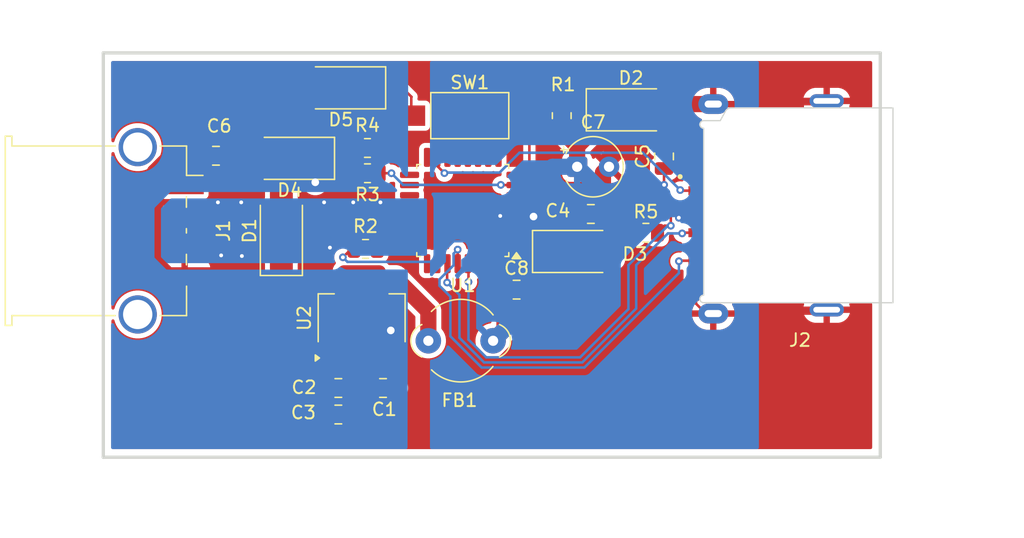
<source format=kicad_pcb>
(kicad_pcb (version 20241229) (generator "pcbnew") (generator_version "9.0")
  (layers (0 "F.Cu" signal) (2 "B.Cu" signal) (13 "F.Paste" user) (15 "B.Paste" user) (5 "F.SilkS" user "F.Silkscreen") (7 "B.SilkS" user "B.Silkscreen") (1 "F.Mask" user) (3 "B.Mask" user) (25 "Edge.Cuts" user))
  (net 0 "")
  (net 1 "/5.5V")
  (net 2 "GND")
  (net 3 "+3.3V")
  (net 4 "Net-(D4-A)")
  (net 7 "/SCK")
  (net 10 "/CS")
  (net 11 "/MISO")
  (net 12 "/MOSI")
  (net 13 "Net-(U1-NRST)")
  (net 14 "Net-(U1-PA0)")
  (net 37 "Net-(U2-VO)")
  (net 38 "Net-(D5-A1)")
  (net 39 "/D+")
  (net 40 "/D-")
  (footprint "Diode_SMD:D_SMA" (layer "F.Cu") (at 54.2036 80.2132 180)
    (property "Reference" "D5" (at 0 -2.5 0) (layer "F.SilkS"))
    (property "Value" "P4SMA6.8CA" (hide yes))
    (fp_line (start -3.51 1.65) (end 2 1.65) (stroke (width 0.12)) (layer "F.SilkS"))
    (fp_line (start -3.51 -1.65) (end 2 -1.65) (stroke (width 0.12)) (layer "F.SilkS"))
    (fp_line (start -3.51 -1.65) (end -3.51 1.65) (stroke (width 0.12)) (layer "F.SilkS"))
    (pad "1" smd roundrect (at -2 0 180) (size 2.5 1.8) (layers "F.Cu" "F.Mask" "F.Paste") (roundrect_rratio 0.1388888889) (net 38 "Net-(D5-A1)"))
    (pad "2" smd roundrect (at 2 0 180) (size 2.5 1.8) (layers "F.Cu" "F.Mask" "F.Paste") (roundrect_rratio 0.1388888889) (net 2 "GND"))
  )
  (footprint "MSD-3-A:CUI_MSD-3-A" (layer "F.Cu") (at 90.26545 89.43865 90)
    (property "Reference" "J2" (at -10.58655 -0.04465 180) (layer "F.SilkS"))
    (property "Value" "MSD_3_A" (hide yes))
    (fp_circle (center 2.25 -9.45) (end 2.25 -9.55) (stroke (width 0.2)) (fill no) (layer "F.SilkS"))
    (fp_poly (pts (xy -7.648 -7.631) (xy -7.65 -7.6) (xy -7.65 7.25) (xy 7.65 7.25) (xy 7.65 -5.457) (xy 7.65 -5.475) (xy 7.649 -5.493) (xy 7.647 -5.51) (xy 7.645 -5.528) (xy 7.642 -5.545) (xy 7.639 -5.563) (xy 7.635 -5.58) (xy 7.63 -5.597) (xy 7.625 -5.614) (xy 7.619 -5.631) (xy 7.612 -5.647) (xy 7.605 -5.664) (xy 7.598 -5.68) (xy 7.59 -5.696) (xy 7.581 -5.711) (xy 7.572 -5.726) (xy 7.562 -5.741) (xy 7.551 -5.755) (xy 7.541 -5.769) (xy 7.529 -5.783) (xy 7.517 -5.796) (xy 7.505 -5.809) (xy 7.492 -5.821) (xy 7.479 -5.833) (xy 7.466 -5.845) (xy 7.452 -5.856) (xy 7.438 -5.866) (xy 7.423 -5.876) (xy 7.408 -5.886) (xy 7.39 -5.896) (xy 6.65 -6.3) (xy 6.65 -7.6) (xy 6.648 -7.631) (xy 6.643 -7.662) (xy 6.635 -7.693) (xy 6.624 -7.722) (xy 6.61 -7.75) (xy 6.593 -7.776) (xy 6.573 -7.801) (xy 6.551 -7.823) (xy 6.526 -7.843) (xy 6.5 -7.86) (xy 6.472 -7.874) (xy 6.443 -7.885) (xy 6.412 -7.893) (xy 6.381 -7.898) (xy 6.35 -7.9) (xy 6.319 -7.898) (xy 6.288 -7.893) (xy 6.257 -7.885) (xy 6.228 -7.874) (xy 6.2 -7.86) (xy 6.174 -7.843) (xy 6.149 -7.823) (xy 6.127 -7.801) (xy 6.107 -7.776) (xy 6.09 -7.75) (xy 6.076 -7.722) (xy 6.065 -7.693) (xy 6.057 -7.662) (xy 6.052 -7.631) (xy 6.05 -7.6) (xy -7.05 -7.6) (xy -7.052 -7.631) (xy -7.057 -7.662) (xy -7.065 -7.693) (xy -7.076 -7.722) (xy -7.09 -7.75) (xy -7.107 -7.776) (xy -7.127 -7.801) (xy -7.149 -7.823) (xy -7.174 -7.843) (xy -7.2 -7.86) (xy -7.228 -7.874) (xy -7.257 -7.885) (xy -7.288 -7.893) (xy -7.319 -7.898) (xy -7.35 -7.9) (xy -7.381 -7.898) (xy -7.412 -7.893) (xy -7.443 -7.885) (xy -7.472 -7.874) (xy -7.5 -7.86) (xy -7.526 -7.843) (xy -7.551 -7.823) (xy -7.573 -7.801) (xy -7.593 -7.776) (xy -7.61 -7.75) (xy -7.624 -7.722) (xy -7.635 -7.693) (xy -7.643 -7.662)) (stroke (width 0.1)) (fill no) (layer "Edge.Cuts"))
    (pad "1" smd rect (at 2.25 -8.2 90) (size 0.7 1.2) (layers "F.Cu" "F.Mask" "F.Paste"))
    (pad "2" smd rect (at 1.15 -8.2 90) (size 0.7 1.2) (layers "F.Cu" "F.Mask" "F.Paste") (net 10 "/CS"))
    (pad "3" smd rect (at 0.05 -8.2 90) (size 0.7 1.2) (layers "F.Cu" "F.Mask" "F.Paste") (net 12 "/MOSI"))
    (pad "4" smd rect (at -1.05 -8.2 90) (size 0.7 1.2) (layers "F.Cu" "F.Mask" "F.Paste") (net 3 "+3.3V"))
    (pad "5" smd rect (at -2.15 -8.2 90) (size 0.7 1.2) (layers "F.Cu" "F.Mask" "F.Paste") (net 7 "/SCK"))
    (pad "6" smd rect (at -3.25 -8.2 90) (size 0.7 1.2) (layers "F.Cu" "F.Mask" "F.Paste") (net 2 "GND"))
    (pad "7" smd rect (at -4.35 -8.2 90) (size 0.7 1.2) (layers "F.Cu" "F.Mask" "F.Paste") (net 11 "/MISO"))
    (pad "8" smd rect (at -5.45 -8.2 90) (size 0.7 1.2) (layers "F.Cu" "F.Mask" "F.Paste"))
    (pad "CD" smd rect (at -6.55 -8.2 90) (size 0.7 1.2) (layers "F.Cu" "F.Mask" "F.Paste") (net 2 "GND"))
    (pad "G1" thru_hole oval (at -8.5 -6.85 180) (size 2.35 1.55) (drill oval 1.35 0.55) (layers "*.Cu" "*.Mask") (net 2 "GND"))
    (pad "G2" thru_hole oval (at 7.95 -6.85 180) (size 2.35 1.55) (drill oval 1.35 0.55) (layers "*.Cu" "*.Mask") (net 2 "GND"))
    (pad "G3" thru_hole oval (at -8.2 2.05 180) (size 2.7 1.05) (drill oval 2.1 0.45) (layers "*.Cu" "*.Mask") (net 2 "GND"))
    (pad "G4" thru_hole oval (at 8.2 2.05 180) (size 2.7 1.05) (drill oval 2.1 0.45) (layers "*.Cu" "*.Mask") (net 2 "GND"))
  )
  (footprint "Diode_SMD:D_SMA" (layer "F.Cu") (at 72.7456 93.0656)
    (property "Reference" "D3" (at 4.5212 0.2032 0) (layer "F.SilkS"))
    (property "Value" "P4SMA6.8CA" (hide yes))
    (fp_line (start -3.51 -1.65) (end -3.51 1.65) (stroke (width 0.12)) (layer "F.SilkS"))
    (fp_line (start -3.51 -1.65) (end 2 -1.65) (stroke (width 0.12)) (layer "F.SilkS"))
    (fp_line (start -3.51 1.65) (end 2 1.65) (stroke (width 0.12)) (layer "F.SilkS"))
    (pad "1" smd roundrect (at -2 0) (size 2.5 1.8) (layers "F.Cu" "F.Mask" "F.Paste") (roundrect_rratio 0.1388888889) (net 3 "+3.3V"))
    (pad "2" smd roundrect (at 2 0) (size 2.5 1.8) (layers "F.Cu" "F.Mask" "F.Paste") (roundrect_rratio 0.1388888889) (net 2 "GND"))
  )
  (footprint "Capacitor_SMD:C_0805_2012Metric" (layer "F.Cu") (at 57.5056 103.7844 180)
    (property "Reference" "C1" (at -0.1016 -1.6764 0) (layer "F.SilkS"))
    (property "Value" "100nF" (hide yes))
    (fp_line (start -0.261252 0.735) (end 0.261252 0.735) (stroke (width 0.12)) (layer "F.SilkS"))
    (fp_line (start -0.261252 -0.735) (end 0.261252 -0.735) (stroke (width 0.12)) (layer "F.SilkS"))
    (pad "1" smd roundrect (at -0.95 0 180) (size 1 1.45) (layers "F.Cu" "F.Mask" "F.Paste") (net 1 "/5.5V"))
    (pad "2" smd roundrect (at 0.95 0 180) (size 1 1.45) (layers "F.Cu" "F.Mask" "F.Paste") (net 2 "GND"))
  )
  (footprint "Capacitor_THT:CP_Radial_Tantal_D4.5mm_P2.50mm" (layer "F.Cu") (at 72.735944 86.4108)
    (property "Reference" "C7" (at 1.25 -3.5 0) (layer "F.SilkS"))
    (property "Value" "1uF" (hide yes))
    (fp_line (start -1.287288 -1.335) (end -0.837288 -1.335) (stroke (width 0.12)) (layer "F.SilkS"))
    (fp_line (start -1.062288 -1.56) (end -1.062288 -1.11) (stroke (width 0.12)) (layer "F.SilkS"))
    (fp_arc (start -0.869741 -1.06) (mid 3.62 0) (end -0.869741 1.06) (stroke (width 0.12)) (layer "F.SilkS"))
    (pad "1" thru_hole roundrect (at 0 0) (size 1.6 1.6) (drill 0.8) (layers "*.Cu" "*.Mask") (roundrect_rratio 0.15625) (net 3 "+3.3V"))
    (pad "2" thru_hole circle (at 2.5 0) (size 1.6 1.6) (drill 0.8) (layers "*.Cu" "*.Mask") (net 2 "GND"))
  )
  (footprint "Resistor_SMD:R_0805_2012Metric" (layer "F.Cu") (at 56.2845 84.9376 180)
    (property "Reference" "R4" (at 0 1.778 0) (layer "F.SilkS"))
    (property "Value" "10k" (hide yes))
    (fp_line (start -0.227064 0.735) (end 0.227064 0.735) (stroke (width 0.12)) (layer "F.SilkS"))
    (fp_line (start -0.227064 -0.735) (end 0.227064 -0.735) (stroke (width 0.12)) (layer "F.SilkS"))
    (pad "1" smd roundrect (at -0.9125 0 180) (size 1.025 1.4) (layers "F.Cu" "F.Mask" "F.Paste") (roundrect_rratio 0.243902) (net 14 "Net-(U1-PA0)"))
    (pad "2" smd roundrect (at 0.9125 0 180) (size 1.025 1.4) (layers "F.Cu" "F.Mask" "F.Paste") (roundrect_rratio 0.243902) (net 2 "GND"))
  )
  (footprint "Capacitor_SMD:C_0805_2012Metric" (layer "F.Cu") (at 54.0004 105.8672 180)
    (property "Reference" "C3" (at 2.7432 0.1524 0) (layer "F.SilkS"))
    (property "Value" "10nF" (hide yes))
    (fp_line (start -0.261252 0.735) (end 0.261252 0.735) (stroke (width 0.12)) (layer "F.SilkS"))
    (fp_line (start -0.261252 -0.735) (end 0.261252 -0.735) (stroke (width 0.12)) (layer "F.SilkS"))
    (pad "1" smd roundrect (at -0.95 0 180) (size 1 1.45) (layers "F.Cu" "F.Mask" "F.Paste") (net 37 "Net-(U2-VO)"))
    (pad "2" smd roundrect (at 0.95 0 180) (size 1 1.45) (layers "F.Cu" "F.Mask" "F.Paste") (net 2 "GND"))
  )
  (footprint "Diode_SMD:D_SMA" (layer "F.Cu") (at 49.53 91.44 90)
    (property "Reference" "D1" (at 0 -2.5 90) (layer "F.SilkS"))
    (property "Value" "P4SMA6.8CA" (hide yes))
    (fp_line (start -3.51 -1.65) (end 2 -1.65) (stroke (width 0.12)) (layer "F.SilkS"))
    (fp_line (start -3.51 -1.65) (end -3.51 1.65) (stroke (width 0.12)) (layer "F.SilkS"))
    (fp_line (start -3.51 1.65) (end 2 1.65) (stroke (width 0.12)) (layer "F.SilkS"))
    (pad "1" smd roundrect (at -2 0 90) (size 2.5 1.8) (layers "F.Cu" "F.Mask" "F.Paste") (roundrect_rratio 0.1388888889) (net 39 "/D+"))
    (pad "2" smd roundrect (at 2 0 90) (size 2.5 1.8) (layers "F.Cu" "F.Mask" "F.Paste") (roundrect_rratio 0.1388888889) (net 40 "/D-"))
  )
  (footprint "Ferrite_THT:LairdTech_28C0236-0JW-10" (layer "F.Cu") (at 61.0616 100.076)
    (property "Reference" "FB1" (at 2.4384 4.6736 0) (layer "F.SilkS"))
    (property "Value" "FerriteBead" (hide yes))
    (fp_arc (start -0.508 1.27) (mid -1.367832 0) (end -0.508 -1.27) (stroke (width 0.12)) (layer "F.SilkS"))
    (fp_arc (start 0.239932 -2.300068) (mid 2.71988 -3.24781) (end 5.08 -2.032) (stroke (width 0.12)) (layer "F.SilkS"))
    (fp_arc (start 5.064465 2.019572) (mid 2.71878 3.227946) (end 0.254 2.286) (stroke (width 0.12)) (layer "F.SilkS"))
    (fp_arc (start 5.588 -1.27) (mid 6.447832 0) (end 5.588 1.27) (stroke (width 0.12)) (layer "F.SilkS"))
    (pad "1" thru_hole circle (at 0 0) (size 2 2) (drill 0.8) (layers "*.Cu" "*.Mask") (net 37 "Net-(U2-VO)"))
    (pad "2" thru_hole circle (at 5.08 0) (size 2 2) (drill 0.8) (layers "*.Cu" "*.Mask") (net 3 "+3.3V"))
  )
  (footprint "Resistor_SMD:R_0805_2012Metric" (layer "F.Cu") (at 71.5264 82.3976 90)
    (property "Reference" "R1" (at 2.4384 0.1016 180) (layer "F.SilkS"))
    (property "Value" "10k" (hide yes))
    (fp_line (start -0.227064 -0.735) (end 0.227064 -0.735) (stroke (width 0.12)) (layer "F.SilkS"))
    (fp_line (start -0.227064 0.735) (end 0.227064 0.735) (stroke (width 0.12)) (layer "F.SilkS"))
    (pad "1" smd roundrect (at -0.9125 0 90) (size 1.025 1.4) (layers "F.Cu" "F.Mask" "F.Paste") (roundrect_rratio 0.243902) (net 3 "+3.3V"))
    (pad "2" smd roundrect (at 0.9125 0 90) (size 1.025 1.4) (layers "F.Cu" "F.Mask" "F.Paste") (roundrect_rratio 0.243902) (net 13 "Net-(U1-NRST)"))
  )
  (footprint "Capacitor_SMD:C_0805_2012Metric" (layer "F.Cu") (at 79.5528 85.598 90)
    (property "Reference" "C5" (at 0 -1.68 90) (layer "F.SilkS"))
    (property "Value" "100nF" (hide yes))
    (fp_line (start -0.261252 -0.735) (end 0.261252 -0.735) (stroke (width 0.12)) (layer "F.SilkS"))
    (fp_line (start -0.261252 0.735) (end 0.261252 0.735) (stroke (width 0.12)) (layer "F.SilkS"))
    (pad "1" smd roundrect (at -0.95 0 90) (size 1 1.45) (layers "F.Cu" "F.Mask" "F.Paste") (net 3 "+3.3V"))
    (pad "2" smd roundrect (at 0.95 0 90) (size 1 1.45) (layers "F.Cu" "F.Mask" "F.Paste") (net 2 "GND"))
  )
  (footprint "Capacitor_SMD:C_0805_2012Metric" (layer "F.Cu") (at 67.9856 96.0628)
    (property "Reference" "C8" (at 0 -1.68 0) (layer "F.SilkS"))
    (property "Value" "100nF" (hide yes))
    (fp_line (start -0.261252 -0.735) (end 0.261252 -0.735) (stroke (width 0.12)) (layer "F.SilkS"))
    (fp_line (start -0.261252 0.735) (end 0.261252 0.735) (stroke (width 0.12)) (layer "F.SilkS"))
    (pad "1" smd roundrect (at -0.95 0) (size 1 1.45) (layers "F.Cu" "F.Mask" "F.Paste") (net 3 "+3.3V"))
    (pad "2" smd roundrect (at 0.95 0) (size 1 1.45) (layers "F.Cu" "F.Mask" "F.Paste") (net 2 "GND"))
  )
  (footprint "Capacitor_SMD:C_0805_2012Metric" (layer "F.Cu") (at 54.0004 103.7844 180)
    (property "Reference" "C2" (at 2.6924 0.0508 0) (layer "F.SilkS"))
    (property "Value" "100nF" (hide yes))
    (fp_line (start -0.261252 0.735) (end 0.261252 0.735) (stroke (width 0.12)) (layer "F.SilkS"))
    (fp_line (start -0.261252 -0.735) (end 0.261252 -0.735) (stroke (width 0.12)) (layer "F.SilkS"))
    (pad "1" smd roundrect (at -0.95 0 180) (size 1 1.45) (layers "F.Cu" "F.Mask" "F.Paste") (net 37 "Net-(U2-VO)"))
    (pad "2" smd roundrect (at 0.95 0 180) (size 1 1.45) (layers "F.Cu" "F.Mask" "F.Paste") (net 2 "GND"))
  )
  (footprint "Capacitor_SMD:C_0805_2012Metric" (layer "F.Cu") (at 73.8124 90.1192)
    (property "Reference" "C4" (at -2.5908 -0.254 0) (layer "F.SilkS"))
    (property "Value" "100nF" (hide yes))
    (fp_line (start -0.261252 -0.735) (end 0.261252 -0.735) (stroke (width 0.12)) (layer "F.SilkS"))
    (fp_line (start -0.261252 0.735) (end 0.261252 0.735) (stroke (width 0.12)) (layer "F.SilkS"))
    (pad "1" smd roundrect (at -0.95 0) (size 1 1.45) (layers "F.Cu" "F.Mask" "F.Paste") (net 3 "+3.3V"))
    (pad "2" smd roundrect (at 0.95 0) (size 1 1.45) (layers "F.Cu" "F.Mask" "F.Paste") (net 2 "GND"))
  )
  (footprint "Capacitor_SMD:C_0805_2012Metric" (layer "F.Cu") (at 44.3992 85.5472 180)
    (property "Reference" "C6" (at -0.254 2.3368 0) (layer "F.SilkS"))
    (property "Value" "100nF" (hide yes))
    (fp_line (start -0.261252 0.735) (end 0.261252 0.735) (stroke (width 0.12)) (layer "F.SilkS"))
    (fp_line (start -0.261252 -0.735) (end 0.261252 -0.735) (stroke (width 0.12)) (layer "F.SilkS"))
    (pad "1" smd roundrect (at -0.95 0 180) (size 1 1.45) (layers "F.Cu" "F.Mask" "F.Paste") (net 4 "Net-(D4-A)"))
    (pad "2" smd roundrect (at 0.95 0 180) (size 1 1.45) (layers "F.Cu" "F.Mask" "F.Paste") (net 2 "GND"))
  )
  (footprint "Button_Switch_SMD:SW_SPST_FSMSM" (layer "F.Cu") (at 64.3128 82.3976)
    (property "Reference" "SW1" (at 0 -2.6 0) (layer "F.SilkS"))
    (property "Value" "SW_Push" (hide yes))
    (fp_line (start -3.06 -1.81) (end 3.06 -1.81) (stroke (width 0.12)) (layer "F.SilkS"))
    (fp_line (start -3.06 1.81) (end -3.06 -1.81) (stroke (width 0.12)) (layer "F.SilkS"))
    (fp_line (start 3.06 -1.81) (end 3.06 1.81) (stroke (width 0.12)) (layer "F.SilkS"))
    (fp_line (start 3.06 1.81) (end -3.06 1.81) (stroke (width 0.12)) (layer "F.SilkS"))
    (pad "1" smd rect (at -4.59 0) (size 2.18 1.6) (layers "F.Cu" "F.Mask" "F.Paste") (net 38 "Net-(D5-A1)"))
    (pad "2" smd rect (at 4.59 0) (size 2.18 1.6) (layers "F.Cu" "F.Mask" "F.Paste") (net 13 "Net-(U1-NRST)"))
  )
  (footprint "Package_QFP:LQFP-32_7x7mm_P0.8mm" (layer "F.Cu") (at 63.7634 89.8464 180)
    (property "Reference" "U1" (at 0 -5.88 0) (layer "F.SilkS"))
    (property "Value" "STM32G0B0KETx" (hide yes))
    (fp_line (start 3.61 3.61) (end 3.61 3.31) (stroke (width 0.12)) (layer "F.SilkS"))
    (fp_line (start 3.61 -3.61) (end 3.61 -3.31) (stroke (width 0.12)) (layer "F.SilkS"))
    (fp_line (start 3.31 3.61) (end 3.61 3.61) (stroke (width 0.12)) (layer "F.SilkS"))
    (fp_line (start 3.31 -3.61) (end 3.61 -3.61) (stroke (width 0.12)) (layer "F.SilkS"))
    (fp_line (start -3.31 3.61) (end -3.61 3.61) (stroke (width 0.12)) (layer "F.SilkS"))
    (fp_line (start -3.31 -3.61) (end -3.61 -3.61) (stroke (width 0.12)) (layer "F.SilkS"))
    (fp_line (start -3.61 3.61) (end -3.61 3.31) (stroke (width 0.12)) (layer "F.SilkS"))
    (fp_line (start -3.61 -3.61) (end -3.61 -3.31) (stroke (width 0.12)) (layer "F.SilkS"))
    (fp_poly (pts (xy -4.2125 -3.31) (xy -4.5525 -3.78) (xy -3.8725 -3.78)) (stroke (width 0.12)) (fill yes) (layer "F.SilkS"))
    (pad "1" smd roundrect (at -4.175 -2.8 180) (size 1.5 0.5) (layers "F.Cu" "F.Mask" "F.Paste"))
    (pad "2" smd roundrect (at -4.175 -2 180) (size 1.5 0.5) (layers "F.Cu" "F.Mask" "F.Paste"))
    (pad "3" smd roundrect (at -4.175 -1.2 180) (size 1.5 0.5) (layers "F.Cu" "F.Mask" "F.Paste"))
    (pad "4" smd roundrect (at -4.175 -0.4 180) (size 1.5 0.5) (layers "F.Cu" "F.Mask" "F.Paste") (net 3 "+3.3V"))
    (pad "5" smd roundrect (at -4.175 0.4 180) (size 1.5 0.5) (layers "F.Cu" "F.Mask" "F.Paste") (net 2 "GND"))
    (pad "6" smd roundrect (at -4.175 1.2 180) (size 1.5 0.5) (layers "F.Cu" "F.Mask" "F.Paste") (net 13 "Net-(U1-NRST)"))
    (pad "7" smd roundrect (at -4.175 2 180) (size 1.5 0.5) (layers "F.Cu" "F.Mask" "F.Paste") (net 14 "Net-(U1-PA0)"))
    (pad "8" smd roundrect (at -4.175 2.8 180) (size 1.5 0.5) (layers "F.Cu" "F.Mask" "F.Paste"))
    (pad "9" smd roundrect (at -2.8 4.175 180) (size 0.5 1.5) (layers "F.Cu" "F.Mask" "F.Paste"))
    (pad "10" smd roundrect (at -2 4.175 180) (size 0.5 1.5) (layers "F.Cu" "F.Mask" "F.Paste"))
    (pad "11" smd roundrect (at -1.2 4.175 180) (size 0.5 1.5) (layers "F.Cu" "F.Mask" "F.Paste"))
    (pad "12" smd roundrect (at -0.4 4.175 180) (size 0.5 1.5) (layers "F.Cu" "F.Mask" "F.Paste"))
    (pad "13" smd roundrect (at 0.4 4.175 180) (size 0.5 1.5) (layers "F.Cu" "F.Mask" "F.Paste"))
    (pad "14" smd roundrect (at 1.2 4.175 180) (size 0.5 1.5) (layers "F.Cu" "F.Mask" "F.Paste"))
    (pad "15" smd roundrect (at 2 4.175 180) (size 0.5 1.5) (layers "F.Cu" "F.Mask" "F.Paste") (net 10 "/CS"))
    (pad "16" smd roundrect (at 2.8 4.175 180) (size 0.5 1.5) (layers "F.Cu" "F.Mask" "F.Paste"))
    (pad "17" smd roundrect (at 4.175 2.8 180) (size 1.5 0.5) (layers "F.Cu" "F.Mask" "F.Paste"))
    (pad "18" smd roundrect (at 4.175 2 180) (size 1.5 0.5) (layers "F.Cu" "F.Mask" "F.Paste"))
    (pad "19" smd roundrect (at 4.175 1.2 180) (size 1.5 0.5) (layers "F.Cu" "F.Mask" "F.Paste"))
    (pad "20" smd roundrect (at 4.175 0.4 180) (size 1.5 0.5) (layers "F.Cu" "F.Mask" "F.Paste"))
    (pad "21" smd roundrect (at 4.175 -0.4 180) (size 1.5 0.5) (layers "F.Cu" "F.Mask" "F.Paste"))
    (pad "22" smd roundrect (at 4.175 -1.2 180) (size 1.5 0.5) (layers "F.Cu" "F.Mask" "F.Paste") (net 40 "/D-"))
    (pad "23" smd roundrect (at 4.175 -2 180) (size 1.5 0.5) (layers "F.Cu" "F.Mask" "F.Paste") (net 39 "/D+"))
    (pad "24" smd roundrect (at 4.175 -2.8 180) (size 1.5 0.5) (layers "F.Cu" "F.Mask" "F.Paste"))
    (pad "25" smd roundrect (at 2.8 -4.175 180) (size 0.5 1.5) (layers "F.Cu" "F.Mask" "F.Paste"))
    (pad "26" smd roundrect (at 2 -4.175 180) (size 0.5 1.5) (layers "F.Cu" "F.Mask" "F.Paste"))
    (pad "27" smd roundrect (at 1.2 -4.175 180) (size 0.5 1.5) (layers "F.Cu" "F.Mask" "F.Paste") (net 7 "/SCK"))
    (pad "28" smd roundrect (at 0.4 -4.175 180) (size 0.5 1.5) (layers "F.Cu" "F.Mask" "F.Paste") (net 11 "/MISO"))
    (pad "29" smd roundrect (at -0.4 -4.175 180) (size 0.5 1.5) (layers "F.Cu" "F.Mask" "F.Paste") (net 12 "/MOSI"))
    (pad "30" smd roundrect (at -1.2 -4.175 180) (size 0.5 1.5) (layers "F.Cu" "F.Mask" "F.Paste"))
    (pad "31" smd roundrect (at -2 -4.175 180) (size 0.5 1.5) (layers "F.Cu" "F.Mask" "F.Paste"))
    (pad "32" smd roundrect (at -2.8 -4.175 180) (size 0.5 1.5) (layers "F.Cu" "F.Mask" "F.Paste"))
  )
  (footprint "Connector_USB:USB_A_TE_292303-7_Horizontal" (layer "F.Cu") (at 35.56 91.44 -90)
    (property "Reference" "J1" (at 0 -9.42 90) (layer "F.SilkS"))
    (property "Value" "USB_A" (hide yes))
    (fp_line (start -7.43 7.69) (end 7.43 7.69) (stroke (width 0.12)) (layer "F.SilkS"))
    (fp_line (start 7.43 7.69) (end 7.43 7.17) (stroke (width 0.12)) (layer "F.SilkS"))
    (fp_line (start -7.43 7.17) (end -7.43 7.69) (stroke (width 0.12)) (layer "F.SilkS"))
    (fp_line (start -6.66 7.17) (end -7.43 7.17) (stroke (width 0.12)) (layer "F.SilkS"))
    (fp_line (start -6.66 7.17) (end -6.66 -0.94) (stroke (width 0.12)) (layer "F.SilkS"))
    (fp_line (start 7.43 7.17) (end 6.66 7.17) (stroke (width 0.12)) (layer "F.SilkS"))
    (fp_line (start 6.66 -0.94) (end 6.66 7.17) (stroke (width 0.12)) (layer "F.SilkS"))
    (fp_line (start -2.67 -6.52) (end -1.85 -6.52) (stroke (width 0.12)) (layer "F.SilkS"))
    (fp_line (start -0.17 -6.52) (end 0.17 -6.52) (stroke (width 0.12)) (layer "F.SilkS"))
    (fp_line (start 1.85 -6.52) (end 2.67 -6.52) (stroke (width 0.12)) (layer "F.SilkS"))
    (fp_line (start -6.66 -6.53) (end -6.66 -4.46) (stroke (width 0.12)) (layer "F.SilkS"))
    (fp_line (start -6.66 -6.53) (end -4.35 -6.53) (stroke (width 0.12)) (layer "F.SilkS"))
    (fp_line (start 4.35 -6.53) (end 6.66 -6.53) (stroke (width 0.12)) (layer "F.SilkS"))
    (fp_line (start 6.66 -6.53) (end 6.66 -4.46) (stroke (width 0.12)) (layer "F.SilkS"))
    (fp_line (start -4.35 -7.82) (end -4.35 -6.53) (stroke (width 0.12)) (layer "F.SilkS"))
    (pad "1" smd rect (at -3.5 -6.38 270) (size 1.25 3) (layers "F.Cu" "F.Mask" "F.Paste") (net 4 "Net-(D4-A)"))
    (pad "2" smd rect (at -1 -6.38 270) (size 1.25 3) (layers "F.Cu" "F.Mask" "F.Paste") (net 40 "/D-"))
    (pad "3" smd rect (at 1 -6.38 270) (size 1.25 3) (layers "F.Cu" "F.Mask" "F.Paste") (net 39 "/D+"))
    (pad "4" smd rect (at 3.5 -6.38 270) (size 1.25 3) (layers "F.Cu" "F.Mask" "F.Paste") (net 2 "GND"))
    (pad "5" thru_hole circle (at -6.57 -2.7 270) (size 3 3) (drill 2.3) (property pad_prop_heatsink) (layers "*.Cu" "*.Mask"))
    (pad "5" thru_hole circle (at 6.57 -2.7 270) (size 3 3) (drill 2.3) (property pad_prop_heatsink) (layers "*.Cu" "*.Mask"))
  )
  (footprint "Resistor_SMD:R_0805_2012Metric" (layer "F.Cu") (at 56.2864 86.9188)
    (property "Reference" "R3" (at 0 1.6764 0) (layer "F.SilkS"))
    (property "Value" "10k" (hide yes))
    (fp_line (start -0.227064 -0.735) (end 0.227064 -0.735) (stroke (width 0.12)) (layer "F.SilkS"))
    (fp_line (start -0.227064 0.735) (end 0.227064 0.735) (stroke (width 0.12)) (layer "F.SilkS"))
    (pad "1" smd roundrect (at -0.9125 0) (size 1.025 1.4) (layers "F.Cu" "F.Mask" "F.Paste") (roundrect_rratio 0.243902) (net 1 "/5.5V"))
    (pad "2" smd roundrect (at 0.9125 0) (size 1.025 1.4) (layers "F.Cu" "F.Mask" "F.Paste") (roundrect_rratio 0.243902) (net 14 "Net-(U1-PA0)"))
  )
  (footprint "Resistor_SMD:R_0805_2012Metric" (layer "F.Cu") (at 78.1304 91.5924)
    (property "Reference" "R5" (at 0 -1.65 0) (layer "F.SilkS"))
    (property "Value" "10k" (hide yes))
    (fp_line (start -0.227064 -0.735) (end 0.227064 -0.735) (stroke (width 0.12)) (layer "F.SilkS"))
    (fp_line (start -0.227064 0.735) (end 0.227064 0.735) (stroke (width 0.12)) (layer "F.SilkS"))
    (pad "1" smd roundrect (at -0.9125 0) (size 1.025 1.4) (layers "F.Cu" "F.Mask" "F.Paste") (roundrect_rratio 0.243902) (net 3 "+3.3V"))
    (pad "2" smd roundrect (at 0.9125 0) (size 1.025 1.4) (layers "F.Cu" "F.Mask" "F.Paste") (roundrect_rratio 0.243902) (net 12 "/MOSI"))
  )
  (footprint "Diode_SMD:D_SMA" (layer "F.Cu") (at 50.1904 85.7504 180)
    (property "Reference" "D4" (at 0 -2.5 0) (layer "F.SilkS"))
    (property "Value" "SS14" (hide yes))
    (fp_line (start -3.51 1.65) (end 2 1.65) (stroke (width 0.12)) (layer "F.SilkS"))
    (fp_line (start -3.51 -1.65) (end 2 -1.65) (stroke (width 0.12)) (layer "F.SilkS"))
    (fp_line (start -3.51 -1.65) (end -3.51 1.65) (stroke (width 0.12)) (layer "F.SilkS"))
    (pad "1" smd roundrect (at -2 0 180) (size 2.5 1.8) (layers "F.Cu" "F.Mask" "F.Paste") (roundrect_rratio 0.1388888889) (net 1 "/5.5V"))
    (pad "2" smd roundrect (at 2 0 180) (size 2.5 1.8) (layers "F.Cu" "F.Mask" "F.Paste") (roundrect_rratio 0.1388888889) (net 4 "Net-(D4-A)"))
  )
  (footprint "Package_TO_SOT_SMD:SOT-223-3_TabPin2" (layer "F.Cu") (at 55.8292 98.298 90)
    (property "Reference" "U2" (at 0 -4.5 90) (layer "F.SilkS"))
    (property "Value" "AMS1117-3.3" (hide yes))
    (fp_line (start 1.91 -3.41) (end 1.91 -2.15) (stroke (width 0.12)) (layer "F.SilkS"))
    (fp_line (start -1.85 -3.41) (end 1.91 -3.41) (stroke (width 0.12)) (layer "F.SilkS"))
    (fp_line (start 1.91 3.41) (end 1.91 2.15) (stroke (width 0.12)) (layer "F.SilkS"))
    (fp_line (start -1.85 3.41) (end 1.91 3.41) (stroke (width 0.12)) (layer "F.SilkS"))
    (fp_poly (pts (xy -3.13 -3.31) (xy -3.37 -3.64) (xy -2.89 -3.64) (xy -3.13 -3.31)) (stroke (width 0.12)) (fill yes) (layer "F.SilkS"))
    (pad "1" smd roundrect (at -3.15 -2.3 90) (size 2 1.5) (layers "F.Cu" "F.Mask" "F.Paste") (net 2 "GND"))
    (pad "2" smd roundrect (at -3.15 0 90) (size 2 1.5) (layers "F.Cu" "F.Mask" "F.Paste") (net 37 "Net-(U2-VO)"))
    (pad "2" smd roundrect (at 3.15 0 90) (size 2 3.8) (layers "F.Cu" "F.Mask" "F.Paste") (net 37 "Net-(U2-VO)"))
    (pad "3" smd roundrect (at -3.15 2.3 90) (size 2 1.5) (layers "F.Cu" "F.Mask" "F.Paste") (net 1 "/5.5V"))
  )
  (footprint "Diode_SMD:D_SMA" (layer "F.Cu") (at 76.962 81.9404)
    (property "Reference" "D2" (at 0 -2.5 0) (layer "F.SilkS"))
    (property "Value" "P4SMA6.8CA" (hide yes))
    (fp_line (start -3.51 -1.65) (end -3.51 1.65) (stroke (width 0.12)) (layer "F.SilkS"))
    (fp_line (start -3.51 -1.65) (end 2 -1.65) (stroke (width 0.12)) (layer "F.SilkS"))
    (fp_line (start -3.51 1.65) (end 2 1.65) (stroke (width 0.12)) (layer "F.SilkS"))
    (pad "1" smd roundrect (at -2 0) (size 2.5 1.8) (layers "F.Cu" "F.Mask" "F.Paste") (roundrect_rratio 0.1388888889) (net 3 "+3.3V"))
    (pad "2" smd roundrect (at 2 0) (size 2.5 1.8) (layers "F.Cu" "F.Mask" "F.Paste") (roundrect_rratio 0.1388888889) (net 2 "GND"))
  )
  (footprint "Resistor_SMD:R_0805_2012Metric" (layer "F.Cu") (at 56.134 92.8624)
    (property "Reference" "R2" (at 0 -1.778 0) (layer "F.SilkS"))
    (property "Value" "1.5k" (hide yes))
    (fp_line (start -0.227064 -0.735) (end 0.227064 -0.735) (stroke (width 0.12)) (layer "F.SilkS"))
    (fp_line (start -0.227064 0.735) (end 0.227064 0.735) (stroke (width 0.12)) (layer "F.SilkS"))
    (pad "1" smd roundrect (at -0.9125 0) (size 1.025 1.4) (layers "F.Cu" "F.Mask" "F.Paste") (roundrect_rratio 0.243902) (net 3 "+3.3V"))
    (pad "2" smd roundrect (at 0.9125 0) (size 1.025 1.4) (layers "F.Cu" "F.Mask" "F.Paste") (roundrect_rratio 0.243902) (net 39 "/D+"))
  )
  (gr_line (start 35.56 77.47) (end 35.56 109.22) (stroke (width 0.254)) (layer "Edge.Cuts"))
  (gr_line (start 96.52 109.22) (end 96.52 77.47) (stroke (width 0.254)) (layer "Edge.Cuts"))
  (gr_line (start 96.52 77.47) (end 35.56 77.47) (stroke (width 0.254)) (layer "Edge.Cuts"))
  (gr_line (start 35.56 109.22) (end 96.52 109.22) (stroke (width 0.254)) (layer "Edge.Cuts"))
  (segment (start 52.9016 86.9188) (end 52.1904 87.63) (width 1.27) (layer "F.Cu") (net 1))
  (segment (start 58.1152 101.434) (end 58.1292 101.448) (width 1.27) (layer "F.Cu") (net 1))
  (segment (start 52.1904 87.63) (end 52.1904 85.7504) (width 1.27) (layer "F.Cu") (net 1))
  (segment (start 58.1292 101.448) (end 58.1292 103.458) (width 1.27) (layer "F.Cu") (net 1))
  (segment (start 58.1152 99.2632) (end 58.1152 101.434) (width 1.27) (layer "F.Cu") (net 1))
  (segment (start 55.3739 86.9188) (end 52.9016 86.9188) (width 1.27) (layer "F.Cu") (net 1))
  (segment (start 58.1292 103.458) (end 58.4556 103.7844) (width 1.27) (layer "F.Cu") (net 1))
  (via (at 52.1904 87.63) (size 1.27) (drill 0.6) (layers "F.Cu" "B.Cu") (net 1))
  (via (at 58.1152 99.2632) (size 1.27) (drill 0.6) (layers "F.Cu" "B.Cu") (net 1))
  (segment (start 52.1904 87.63) (end 40.6908 87.63) (width 1.27) (layer "B.Cu") (net 1))
  (segment (start 38.8112 93.6752) (end 44.3992 99.2632) (width 1.27) (layer "B.Cu") (net 1))
  (segment (start 38.8112 89.5096) (end 38.8112 93.6752) (width 1.27) (layer "B.Cu") (net 1))
  (segment (start 44.3992 99.2632) (end 58.1152 99.2632) (width 1.27) (layer "B.Cu") (net 1))
  (segment (start 40.6908 87.63) (end 38.8112 89.5096) (width 1.27) (layer "B.Cu") (net 1))
  (segment (start 79.92975 92.68865) (end 82.06545 92.68865) (width 0.2) (layer "F.Cu") (net 2))
  (segment (start 79.41375 81.48865) (end 83.41545 81.48865) (width 1.27) (layer "F.Cu") (net 2))
  (segment (start 51.2576 101.448) (end 44.7496 94.94) (width 1.27) (layer "F.Cu") (net 2))
  (segment (start 43.4492 84.8222) (end 43.4492 85.5472) (width 1.27) (layer "F.Cu") (net 2))
  (segment (start 56.5556 106.529762) (end 56.5556 103.7844) (width 1.27) (layer "F.Cu") (net 2))
  (segment (start 74.7456 94.068497) (end 74.7456 93.0656) (width 1.27) (layer "F.Cu") (net 2))
  (segment (start 74.7456 93.0656) (end 74.7456 90.136) (width 1.27) (layer "F.Cu") (net 2))
  (segment (start 73.594518 88.951318) (end 69.183481 88.951318) (width 0.2) (layer "F.Cu") (net 2))
  (segment (start 69.183481 88.951318) (end 68.688399 89.4464) (width 0.2) (layer "F.Cu") (net 2))
  (segment (start 52.2224 83.9862) (end 44.2852 83.9862) (width 1.27) (layer "F.Cu") (net 2))
  (segment (start 55.372 84.9376) (end 54.4206 83.9862) (width 1.27) (layer "F.Cu") (net 2))
  (segment (start 56.5556 106.529762) (end 62.284335 106.529762) (width 1.27) (layer "F.Cu") (net 2))
  (segment (start 53.0504 105.8672) (end 53.0504 106.5922) (width 1.27) (layer "F.Cu") (net 2))
  (segment (start 62.284335 106.529762) (end 70.843448 97.970648) (width 1.27) (layer "F.Cu") (net 2))
  (segment (start 70.843448 97.970648) (end 74.7456 94.068497) (width 1.27) (layer "F.Cu") (net 2))
  (segment (start 44.2852 83.9862) (end 43.4492 84.8222) (width 1.27) (layer "F.Cu") (net 2))
  (segment (start 92.01545 97.93865) (end 92.31545 97.63865) (width 0.2) (layer "F.Cu") (net 2))
  (segment (start 67.9984 89.3864) (end 67.9384 89.4464) (width 0.2) (layer "F.Cu") (net 2))
  (segment (start 79.5528 93.0656) (end 79.5528 94.276) (width 0.2) (layer "F.Cu") (net 2))
  (segment (start 74.7624 90.1192) (end 74.7624 86.884344) (width 1.27) (layer "F.Cu") (net 2))
  (segment (start 68.688399 89.4464) (end 67.9384 89.4464) (width 0.2) (layer "F.Cu") (net 2))
  (segment (start 39.604 86.829603) (end 39.604 93.901) (width 1.27) (layer "F.Cu") (net 2))
  (segment (start 75.235944 85.666456) (end 79.41375 81.48865) (width 1.27) (layer "F.Cu") (net 2))
  (segment (start 52.2036 83.9674) (end 52.2224 83.9862) (width 1.27) (layer "F.Cu") (net 2))
  (segment (start 68.9356 96.0628) (end 70.843448 97.970648) (width 1.27) (layer "F.Cu") (net 2))
  (segment (start 82.06545 97.16365) (end 82.84045 97.93865) (width 0.2) (layer "F.Cu") (net 2))
  (segment (start 53.5292 101.448) (end 51.2576 101.448) (width 1.27) (layer "F.Cu") (net 2))
  (segment (start 40.643 94.94) (end 41.94 94.94) (width 1.27) (layer "F.Cu") (net 2))
  (segment (start 52.2036 80.2132) (end 52.2036 83.9674) (width 1.27) (layer "F.Cu") (net 2))
  (segment (start 53.0504 106.5922) (end 53.8864 107.4282) (width 1.27) (layer "F.Cu") (net 2))
  (segment (start 43.4492 85.5472) (end 40.886403 85.5472) (width 1.27) (layer "F.Cu") (net 2))
  (segment (start 53.0504 103.7844) (end 53.0504 105.8672) (width 1.27) (layer "F.Cu") (net 2))
  (segment (start 83.41545 97.93865) (end 92.01545 97.93865) (width 0.2) (layer "F.Cu") (net 2))
  (segment (start 79.5528 82.5312) (end 78.962 81.9404) (width 1.27) (layer "F.Cu") (net 2))
  (segment (start 75.235944 86.4108) (end 75.235944 85.666456) (width 1.27) (layer "F.Cu") (net 2))
  (segment (start 40.886403 85.5472) (end 39.604 86.829603) (width 1.27) (layer "F.Cu") (net 2))
  (segment (start 83.41545 81.48865) (end 92.06545 81.48865) (width 0.2) (layer "F.Cu") (net 2))
  (segment (start 54.4206 83.9862) (end 52.2224 83.9862) (width 1.27) (layer "F.Cu") (net 2))
  (segment (start 53.5292 101.448) (end 53.5292 103.3056) (width 1.27) (layer "F.Cu") (net 2))
  (segment (start 39.604 93.901) (end 40.643 94.94) (width 1.27) (layer "F.Cu") (net 2))
  (segment (start 82.06545 95.98865) (end 82.06545 97.16365) (width 0.2) (layer "F.Cu") (net 2))
  (segment (start 74.7624 86.884344) (end 75.235944 86.4108) (width 1.27) (layer "F.Cu") (net 2))
  (segment (start 44.7496 94.94) (end 41.94 94.94) (width 1.27) (layer "F.Cu") (net 2))
  (segment (start 92.06545 81.48865) (end 92.31545 81.23865) (width 0.2) (layer "F.Cu") (net 2))
  (segment (start 74.7456 90.136) (end 74.7624 90.1192) (width 1.27) (layer "F.Cu") (net 2))
  (segment (start 53.8864 107.4282) (end 55.657162 107.4282) (width 1.27) (layer "F.Cu") (net 2))
  (segment (start 74.7624 90.1192) (end 73.594518 88.951318) (width 0.2) (layer "F.Cu") (net 2))
  (segment (start 79.5528 94.276) (end 81.26545 95.98865) (width 0.2) (layer "F.Cu") (net 2))
  (segment (start 81.26545 95.98865) (end 82.06545 95.98865) (width 0.2) (layer "F.Cu") (net 2))
  (segment (start 74.7456 93.0656) (end 79.5528 93.0656) (width 0.2) (layer "F.Cu") (net 2))
  (segment (start 82.84045 97.93865) (end 83.41545 97.93865) (width 0.2) (layer "F.Cu") (net 2))
  (segment (start 79.5528 93.0656) (end 79.92975 92.68865) (width 0.2) (layer "F.Cu") (net 2))
  (segment (start 55.657162 107.4282) (end 56.5556 106.529762) (width 1.27) (layer "F.Cu") (net 2))
  (segment (start 53.5292 103.3056) (end 53.0504 103.7844) (width 1.27) (layer "F.Cu") (net 2))
  (segment (start 79.5528 84.648) (end 79.5528 82.5312) (width 1.27) (layer "F.Cu") (net 2))
  (via (at 52.8828 89.2048) (size 0.6) (drill 0.3) (layers "F.Cu" "B.Cu") (net 2))
  (via (at 46.4312 93.4212) (size 0.6) (drill 0.3) (layers "F.Cu" "B.Cu") (net 2))
  (via (at 57.3024 89.2048) (size 0.6) (drill 0.3) (layers "F.Cu" "B.Cu") (net 2))
  (via (at 44.8056 93.3704) (size 0.6) (drill 0.3) (layers "F.Cu" "B.Cu") (net 2))
  (via (at 55.1688 89.2048) (size 0.6) (drill 0.3) (layers "F.Cu" "B.Cu") (net 2))
  (via (at 46.3804 89.2048) (size 0.6) (drill 0.3) (layers "F.Cu" "B.Cu") (net 2))
  (via (at 44.5516 89.2048) (size 0.6) (drill 0.3) (layers "F.Cu" "B.Cu") (net 2))
  (via (at 53.34 92.7608) (size 0.6) (drill 0.3) (layers "F.Cu" "B.Cu") (net 2))
  (segment (start 71.5264 83.3101) (end 71.5264 83.566) (width 1.27) (layer "F.Cu") (net 3))
  (segment (start 71.5264 83.566) (end 72.7456 84.7852) (width 1.27) (layer "F.Cu") (net 3))
  (segment (start 67.0356 99.182) (end 66.1416 100.076) (width 1.27) (layer "F.Cu") (net 3))
  (segment (start 77.2179 91.5924) (end 77.2179 90.1681) (width 0.2) (layer "F.Cu") (net 3))
  (segment (start 74.962 81.9404) (end 74.962 82.5688) (width 1.27) (layer "F.Cu") (net 3))
  (segment (start 66.7256 90.2464) (end 66.7004 90.2716) (width 0.2) (layer "F.Cu") (net 3))
  (segment (start 69.314766 90.3214) (end 72.6602 90.3214) (width 1.27) (layer "F.Cu") (net 3))
  (segment (start 77.2179 90.1681) (end 79.560335 87.825665) (width 0.2) (layer "F.Cu") (net 3))
  (segment (start 79.5528 86.548) (end 79.5528 87.81813) (width 0.2) (layer "F.Cu") (net 3))
  (segment (start 67.0356 96.0628) (end 67.0356 99.182) (width 1.27) (layer "F.Cu") (net 3))
  (segment (start 70.7456 91.752234) (end 70.7456 93.0656) (width 1.27) (layer "F.Cu") (net 3))
  (segment (start 80.713665 90.416465) (end 80.78585 90.48865) (width 0.2) (layer "F.Cu") (net 3))
  (segment (start 79.5528 87.81813) (end 79.560335 87.825665) (width 0.2) (layer "F.Cu") (net 3))
  (segment (start 74.962 82.5688) (end 72.7456 84.7852) (width 1.27) (layer "F.Cu") (net 3))
  (segment (start 55.0164 92.8624) (end 55.2215 92.8624) (width 0.2) (layer "F.Cu") (net 3))
  (segment (start 69.314766 90.3214) (end 69.239766 90.2464) (width 0.2) (layer "F.Cu") (net 3))
  (segment (start 54.356 93.5228) (end 55.0164 92.8624) (width 0.2) (layer "F.Cu") (net 3))
  (segment (start 80.78585 90.48865) (end 82.06545 90.48865) (width 0.2) (layer "F.Cu") (net 3))
  (segment (start 67.9384 90.2464) (end 66.7256 90.2464) (width 0.2) (layer "F.Cu") (net 3))
  (segment (start 72.7456 84.7852) (end 72.735944 84.794856) (width 1.27) (layer "F.Cu") (net 3))
  (segment (start 72.735944 84.794856) (end 72.735944 86.4108) (width 1.27) (layer "F.Cu") (net 3))
  (segment (start 72.6602 90.3214) (end 72.8624 90.1192) (width 1.27) (layer "F.Cu") (net 3))
  (segment (start 69.314766 90.3214) (end 70.7456 91.752234) (width 1.27) (layer "F.Cu") (net 3))
  (segment (start 69.239766 90.2464) (end 67.9384 90.2464) (width 0.2) (layer "F.Cu") (net 3))
  (via (at 54.356 93.5228) (size 0.6) (drill 0.3) (layers "F.Cu" "B.Cu") (net 3))
  (via (at 66.7004 90.2716) (size 0.6) (drill 0.3) (layers "F.Cu" "B.Cu") (net 3))
  (via (at 69.314766 90.3214) (size 1.27) (drill 0.6) (layers "F.Cu" "B.Cu") (net 3))
  (via (at 79.560335 87.825665) (size 0.6) (drill 0.3) (layers "F.Cu" "B.Cu") (net 3))
  (via (at 80.713665 90.416465) (size 0.6) (drill 0.3) (layers "F.Cu" "B.Cu") (net 3))
  (segment (start 71.8312 94.3864) (end 66.1416 100.076) (width 1.27) (layer "B.Cu") (net 3))
  (segment (start 76.393544 90.0684) (end 72.735944 86.4108) (width 1.27) (layer "B.Cu") (net 3))
  (segment (start 80.713665 90.416465) (end 80.5688 90.2716) (width 0.2) (layer "B.Cu") (net 3))
  (segment (start 79.560335 88.399535) (end 80.713665 89.552865) (width 0.2) (layer "B.Cu") (net 3))
  (segment (start 70.1538 90.3214) (end 71.8312 91.9988) (width 1.27) (layer "B.Cu") (net 3))
  (segment (start 69.314766 90.3214) (end 70.1538 90.3214) (width 1.27) (layer "B.Cu") (net 3))
  (segment (start 70.8152 86.4108) (end 70.1538 87.0722) (width 1.27) (layer "B.Cu") (net 3))
  (segment (start 79.502 90.0684) (end 76.393544 90.0684) (width 1.27) (layer "B.Cu") (net 3))
  (segment (start 72.735944 86.4108) (end 70.8152 86.4108) (width 1.27) (layer "B.Cu") (net 3))
  (segment (start 70.1538 87.0722) (end 70.1538 90.3214) (width 1.27) (layer "B.Cu") (net 3))
  (segment (start 71.8312 91.9988) (end 71.8312 94.3864) (width 1.27) (layer "B.Cu") (net 3))
  (segment (start 79.560335 87.825665) (end 79.560335 88.399535) (width 0.2) (layer "B.Cu") (net 3))
  (segment (start 80.713665 89.552865) (end 80.713665 90.416465) (width 0.2) (layer "B.Cu") (net 3))
  (segment (start 63.0428 92.2528) (end 64.7192 92.2528) (width 0.2) (layer "B.Cu") (net 3))
  (segment (start 54.7116 93.8784) (end 61.4172 93.8784) (width 0.2) (layer "B.Cu") (net 3))
  (segment (start 64.7192 92.2528) (end 66.7004 90.2716) (width 0.2) (layer "B.Cu") (net 3))
  (segment (start 61.4172 93.8784) (end 63.0428 92.2528) (width 0.2) (layer "B.Cu") (net 3))
  (segment (start 79.7052 90.2716) (end 79.502 90.0684) (width 0.2) (layer "B.Cu") (net 3))
  (segment (start 54.356 93.5228) (end 54.7116 93.8784) (width 0.2) (layer "B.Cu") (net 3))
  (segment (start 80.5688 90.2716) (end 79.7052 90.2716) (width 0.2) (layer "B.Cu") (net 3))
  (segment (start 47.9872 85.5472) (end 48.1904 85.7504) (width 0.2) (layer "F.Cu") (net 4))
  (segment (start 42.9564 87.94) (end 41.94 87.94) (width 0.2) (layer "F.Cu") (net 4))
  (segment (start 45.3492 85.5472) (end 42.9564 87.94) (width 0.2) (layer "F.Cu") (net 4))
  (segment (start 45.3492 85.5472) (end 47.9872 85.5472) (width 0.2) (layer "F.Cu") (net 4))
  (segment (start 81.02975 91.58865) (end 80.9752 91.6432) (width 0.2) (layer "F.Cu") (net 7))
  (segment (start 82.06545 91.58865) (end 81.02975 91.58865) (width 0.2) (layer "F.Cu") (net 7))
  (segment (start 62.5348 94.05) (end 62.5634 94.0214) (width 0.2) (layer "F.Cu") (net 7))
  (segment (start 62.5348 95.504) (end 62.5348 94.05) (width 0.2) (layer "F.Cu") (net 7))
  (via (at 80.9752 91.6432) (size 0.6) (drill 0.3) (layers "F.Cu" "B.Cu") (net 7))
  (via (at 62.5348 95.504) (size 0.6) (drill 0.3) (layers "F.Cu" "B.Cu") (net 7))
  (segment (start 73.1347 101.778) (end 65.436608 101.778) (width 0.2) (layer "B.Cu") (net 7))
  (segment (start 80.9752 91.6432) (end 79.8576 91.6432) (width 0.2) (layer "B.Cu") (net 7))
  (segment (start 77.3684 94.1324) (end 77.3684 97.5443) (width 0.2) (layer "B.Cu") (net 7))
  (segment (start 63.5 99.841392) (end 63.5 96.4692) (width 0.2) (layer "B.Cu") (net 7))
  (segment (start 65.436608 101.778) (end 63.5 99.841392) (width 0.2) (layer "B.Cu") (net 7))
  (segment (start 63.5 96.4692) (end 62.5348 95.504) (width 0.2) (layer "B.Cu") (net 7))
  (segment (start 79.8576 91.6432) (end 77.3684 94.1324) (width 0.2) (layer "B.Cu") (net 7))
  (segment (start 77.3684 97.5443) (end 73.1347 101.778) (width 0.2) (layer "B.Cu") (net 7))
  (segment (start 82.06545 88.28865) (end 80.87185 88.28865) (width 0.2) (layer "F.Cu") (net 10))
  (segment (start 62.322586 86.910609) (end 61.7634 86.351423) (width 0.2) (layer "F.Cu") (net 10))
  (segment (start 80.87185 88.28865) (end 80.8228 88.2396) (width 0.2) (layer "F.Cu") (net 10))
  (segment (start 61.7634 86.351423) (end 61.7634 85.6714) (width 0.2) (layer "F.Cu") (net 10))
  (via (at 62.322586 86.910609) (size 0.6) (drill 0.3) (layers "F.Cu" "B.Cu") (net 10))
  (via (at 80.8228 88.2396) (size 0.6) (drill 0.3) (layers "F.Cu" "B.Cu") (net 10))
  (segment (start 62.365195 86.868) (end 62.322586 86.910609) (width 0.2) (layer "B.Cu") (net 10))
  (segment (start 77.893 85.3098) (end 68.2078 85.3098) (width 0.2) (layer "B.Cu") (net 10))
  (segment (start 80.8228 88.2396) (end 77.893 85.3098) (width 0.2) (layer "B.Cu") (net 10))
  (segment (start 66.6496 86.868) (end 62.365195 86.868) (width 0.2) (layer "B.Cu") (net 10))
  (segment (start 68.2078 85.3098) (end 66.6496 86.868) (width 0.2) (layer "B.Cu") (net 10))
  (segment (start 63.3634 92.9132) (end 63.3634 94.0214) (width 0.2) (layer "F.Cu") (net 11))
  (segment (start 82.06545 93.78865) (end 80.76015 93.78865) (width 0.2) (layer "F.Cu") (net 11))
  (segment (start 80.76015 93.78865) (end 80.7212 93.8276) (width 0.2) (layer "F.Cu") (net 11))
  (via (at 63.3634 92.9132) (size 0.6) (drill 0.3) (layers "F.Cu" "B.Cu") (net 11))
  (via (at 80.7212 93.8276) (size 0.6) (drill 0.3) (layers "F.Cu" "B.Cu") (net 11))
  (segment (start 80.7212 94.7586) (end 80.7212 93.8276) (width 0.2) (layer "B.Cu") (net 11))
  (segment (start 61.9338 95.752943) (end 62.7888 96.607943) (width 0.2) (layer "B.Cu") (net 11))
  (segment (start 63.0428 94.146057) (end 61.9338 95.255057) (width 0.2) (layer "B.Cu") (net 11))
  (segment (start 73.3008 102.179) (end 80.7212 94.7586) (width 0.2) (layer "B.Cu") (net 11))
  (segment (start 63.0428 93.2338) (end 63.0428 94.146057) (width 0.2) (layer "B.Cu") (net 11))
  (segment (start 62.7888 96.607943) (end 62.7888 99.7204) (width 0.2) (layer "B.Cu") (net 11))
  (segment (start 62.7888 99.7204) (end 65.2474 102.179) (width 0.2) (layer "B.Cu") (net 11))
  (segment (start 63.3634 92.9132) (end 63.0428 93.2338) (width 0.2) (layer "B.Cu") (net 11))
  (segment (start 61.9338 95.255057) (end 61.9338 95.752943) (width 0.2) (layer "B.Cu") (net 11))
  (segment (start 65.2474 102.179) (end 73.3008 102.179) (width 0.2) (layer "B.Cu") (net 11))
  (segment (start 80.085953 91.041655) (end 79.593645 91.041655) (width 0.2) (layer "F.Cu") (net 12))
  (segment (start 64.2112 94.0692) (end 64.1634 94.0214) (width 0.2) (layer "F.Cu") (net 12))
  (segment (start 80.085953 90.195647) (end 80.89295 89.38865) (width 0.2) (layer "F.Cu") (net 12))
  (segment (start 80.89295 89.38865) (end 82.06545 89.38865) (width 0.2) (layer "F.Cu") (net 12))
  (segment (start 64.2112 95.4532) (end 64.2112 94.0692) (width 0.2) (layer "F.Cu") (net 12))
  (segment (start 80.085953 91.041655) (end 80.085953 90.195647) (width 0.2) (layer "F.Cu") (net 12))
  (segment (start 79.593645 91.041655) (end 79.0429 91.5924) (width 0.2) (layer "F.Cu") (net 12))
  (via (at 80.085953 91.041655) (size 0.6) (drill 0.3) (layers "F.Cu" "B.Cu") (net 12))
  (via (at 64.2112 95.4532) (size 0.6) (drill 0.3) (layers "F.Cu" "B.Cu") (net 12))
  (segment (start 76.7588 97.5868) (end 72.9686 101.377) (width 0.2) (layer "B.Cu") (net 12))
  (segment (start 76.7588 94.1324) (end 76.7588 97.5868) (width 0.2) (layer "B.Cu") (net 12))
  (segment (start 79.849545 91.041655) (end 76.7588 94.1324) (width 0.2) (layer "B.Cu") (net 12))
  (segment (start 72.9686 101.377) (end 65.602708 101.377) (width 0.2) (layer "B.Cu") (net 12))
  (segment (start 65.602708 101.377) (end 64.2112 99.985492) (width 0.2) (layer "B.Cu") (net 12))
  (segment (start 80.085953 91.041655) (end 79.849545 91.041655) (width 0.2) (layer "B.Cu") (net 12))
  (segment (start 64.2112 99.985492) (end 64.2112 95.4532) (width 0.2) (layer "B.Cu") (net 12))
  (segment (start 68.6812 88.6464) (end 68.9894 88.3382) (width 0.2) (layer "F.Cu") (net 13))
  (segment (start 68.9894 88.3382) (end 68.9894 82.4842) (width 0.2) (layer "F.Cu") (net 13))
  (segment (start 68.9028 82.3976) (end 68.9028 82.0748) (width 0.2) (layer "F.Cu") (net 13))
  (segment (start 69.4944 81.4832) (end 69.4963 81.4851) (width 0.2) (layer "F.Cu") (net 13))
  (segment (start 68.9894 82.4842) (end 68.9028 82.3976) (width 0.2) (layer "F.Cu") (net 13))
  (segment (start 69.4963 81.4851) (end 71.5264 81.4851) (width 0.2) (layer "F.Cu") (net 13))
  (segment (start 67.9384 88.6464) (end 68.6812 88.6464) (width 0.2) (layer "F.Cu") (net 13))
  (segment (start 68.9028 82.0748) (end 69.4944 81.4832) (width 0.2) (layer "F.Cu") (net 13))
  (segment (start 66.7644 87.8464) (end 66.7512 87.8332) (width 0.2) (layer "F.Cu") (net 14))
  (segment (start 57.197 86.9169) (end 57.1989 86.9188) (width 0.2) (layer "F.Cu") (net 14))
  (segment (start 67.9384 87.8464) (end 66.7644 87.8464) (width 0.2) (layer "F.Cu") (net 14))
  (segment (start 58.166 86.9188) (end 57.1989 86.9188) (width 0.2) (layer "F.Cu") (net 14))
  (segment (start 57.197 84.9376) (end 57.197 86.9169) (width 0.2) (layer "F.Cu") (net 14))
  (via (at 66.7512 87.8332) (size 0.6) (drill 0.3) (layers "F.Cu" "B.Cu") (net 14))
  (via (at 58.166 86.9188) (size 0.6) (drill 0.3) (layers "F.Cu" "B.Cu") (net 14))
  (segment (start 66.7512 87.8332) (end 59.0804 87.8332) (width 0.2) (layer "B.Cu") (net 14))
  (segment (start 59.0804 87.8332) (end 58.166 86.9188) (width 0.2) (layer "B.Cu") (net 14))
  (segment (start 58.4704 95.148) (end 61.0616 97.7392) (width 1.27) (layer "F.Cu") (net 37))
  (segment (start 55.8292 95.148) (end 58.4704 95.148) (width 1.27) (layer "F.Cu") (net 37))
  (segment (start 54.9504 103.7844) (end 54.9504 102.3268) (width 0.2) (layer "F.Cu") (net 37))
  (segment (start 54.9504 103.7844) (end 54.9504 105.8672) (width 0.2) (layer "F.Cu") (net 37))
  (segment (start 54.9504 102.3268) (end 55.8292 101.448) (width 0.2) (layer "F.Cu") (net 37))
  (segment (start 61.0616 97.7392) (end 61.0616 100.076) (width 1.27) (layer "F.Cu") (net 37))
  (segment (start 55.8292 101.448) (end 55.8292 95.148) (width 1.27) (layer "F.Cu") (net 37))
  (segment (start 59.7408 80.9244) (end 59.7228 80.9424) (width 0.2) (layer "F.Cu") (net 38))
  (segment (start 59.0296 80.2132) (end 59.7408 80.9244) (width 0.2) (layer "F.Cu") (net 38))
  (segment (start 59.7228 80.9424) (end 59.7228 82.3976) (width 0.2) (layer "F.Cu") (net 38))
  (segment (start 56.2036 80.2132) (end 59.0296 80.2132) (width 0.2) (layer "F.Cu") (net 38))
  (segment (start 59.0884 91.8464) (end 59.5884 91.8464) (width 0.2) (layer "F.Cu") (net 39))
  (segment (start 57.0465 92.8624) (end 57.0465 91.6669) (width 0.2) (layer "F.Cu") (net 39))
  (segment (start 47.654999 93.44) (end 48.338825 93.44) (width 0.2) (layer "F.Cu") (net 39))
  (segment (start 46.654999 92.44) (end 47.11759 92.902591) (width 0.2) (layer "F.Cu") (net 39))
  (segment (start 47.11759 92.902591) (end 47.654999 93.44) (width 0.2) (layer "F.Cu") (net 39))
  (segment (start 51.405001 93.44) (end 52.102501 92.7425) (width 0.2) (layer "F.Cu") (net 39))
  (segment (start 51.814002 91.616787) (end 51.918655 91.512135) (width 0.2) (layer "F.Cu") (net 39))
  (segment (start 48.338825 93.44) (end 49.53 93.44) (width 0.2) (layer "F.Cu") (net 39))
  (segment (start 57.0465 91.6669) (end 57.0484 91.665) (width 0.2) (layer "F.Cu") (net 39))
  (segment (start 57.0484 91.665) (end 58.3692 91.665) (width 0.2) (layer "F.Cu") (net 39))
  (segment (start 49.53 93.44) (end 51.405001 93.44) (width 0.2) (layer "F.Cu") (net 39))
  (segment (start 58.9134 91.6714) (end 59.0884 91.8464) (width 0.2) (layer "F.Cu") (net 39))
  (segment (start 41.94 92.44) (end 46.654999 92.44) (width 0.2) (layer "F.Cu") (net 39))
  (segment (start 53.149021 91.695981) (end 53.180001 91.665) (width 0.2) (layer "F.Cu") (net 39))
  (segment (start 58.3692 91.665) (end 58.3756 91.6714) (width 0.2) (layer "F.Cu") (net 39))
  (segment (start 53.2384 91.665) (end 57.0484 91.665) (width 0.2) (layer "F.Cu") (net 39))
  (segment (start 53.044369 91.800636) (end 53.149021 91.695981) (width 0.2) (layer "F.Cu") (net 39))
  (segment (start 52.102502 92.323892) (end 51.814003 92.035393) (width 0.2) (layer "F.Cu") (net 39))
  (segment (start 52.337263 91.512135) (end 52.625763 91.800635) (width 0.2) (layer "F.Cu") (net 39))
  (segment (start 58.3756 91.6714) (end 58.9134 91.6714) (width 0.2) (layer "F.Cu") (net 39))
  (segment (start 53.180001 91.665) (end 53.2384 91.665) (width 0.2) (layer "F.Cu") (net 39))
  (arc (start 51.814003 92.035393) (mid 51.727307 91.826089) (end 51.814002 91.616787) (width 0.2) (layer "F.Cu") (net 39))
  (arc (start 52.625763 91.800635) (mid 52.835066 91.887332) (end 53.044369 91.800636) (width 0.2) (layer "F.Cu") (net 39))
  (arc (start 51.918655 91.512135) (mid 52.127958 91.425439) (end 52.337263 91.512135) (width 0.2) (layer "F.Cu") (net 39))
  (arc (start 52.102501 92.7425) (mid 52.189198 92.533196) (end 52.102502 92.323892) (width 0.2) (layer "F.Cu") (net 39))
  (segment (start 51.405001 89.44) (end 52.882771 90.91777) (width 0.2) (layer "F.Cu") (net 40))
  (segment (start 47.654999 89.44) (end 49.53 89.44) (width 0.2) (layer "F.Cu") (net 40))
  (segment (start 53.290813 91.215) (end 53.180001 91.215) (width 0.2) (layer "F.Cu") (net 40))
  (segment (start 41.94 90.44) (end 46.654999 90.44) (width 0.2) (layer "F.Cu") (net 40))
  (segment (start 59.0884 91.0464) (end 58.9134 91.2214) (width 0.2) (layer "F.Cu") (net 40))
  (segment (start 46.654999 90.44) (end 47.654999 89.44) (width 0.2) (layer "F.Cu") (net 40))
  (segment (start 49.53 89.44) (end 51.405001 89.44) (width 0.2) (layer "F.Cu") (net 40))
  (segment (start 58.547806 91.2214) (end 58.541406 91.215) (width 0.2) (layer "F.Cu") (net 40))
  (segment (start 59.5884 91.0464) (end 59.0884 91.0464) (width 0.2) (layer "F.Cu") (net 40))
  (segment (start 53.519926 91.215) (end 53.290813 91.215) (width 0.2) (layer "F.Cu") (net 40))
  (segment (start 52.882771 90.91777) (end 53.180001 91.215) (width 0.2) (layer "F.Cu") (net 40))
  (segment (start 58.541406 91.215) (end 53.519926 91.215) (width 0.2) (layer "F.Cu") (net 40))
  (segment (start 58.9134 91.2214) (end 58.547806 91.2214) (width 0.2) (layer "F.Cu") (net 40))
  (zone (net 2) (net_name "GND") (layer "F.Cu") (connect_pads (clearance 0.381)) (min_thickness 0.25) (fill yes (thermal_gap 0.5) (thermal_bridge_width 0.5))
    (polygon (pts (xy 36.195 78.105) (xy 95.885 78.105) (xy 95.885 108.585) (xy 36.195 108.585)))
  )
  (zone (net 3) (net_name "+3.3V") (layer "B.Cu") (priority 2) (connect_pads (clearance 0.5)) (min_thickness 0.25) (fill yes (thermal_gap 0.5) (thermal_bridge_width 0.5))
    (polygon (pts (xy 61.1886 108.585) (xy 61.1886 78.105) (xy 86.995 78.105) (xy 86.995 108.585)))
  )
  (zone (net 2) (net_name "GND") (layer "B.Cu") (priority 3) (connect_pads (clearance 0.381)) (min_thickness 0.25) (fill yes (thermal_gap 0.5) (thermal_bridge_width 0.5))
    (polygon (pts (xy 40.0812 88.9) (xy 60.96 88.9) (xy 60.96 93.98) (xy 40.0812 93.98)))
  )
  (zone (net 1) (net_name "/5.5V") (layer "B.Cu") (priority 1) (connect_pads (clearance 0.5)) (min_thickness 0.25) (fill yes (thermal_gap 0.5) (thermal_bridge_width 0.5))
    (polygon (pts (xy 36.1696 108.585) (xy 36.1696 78.105) (xy 59.480445 78.105) (xy 59.429645 108.585)))
  )
)
</source>
